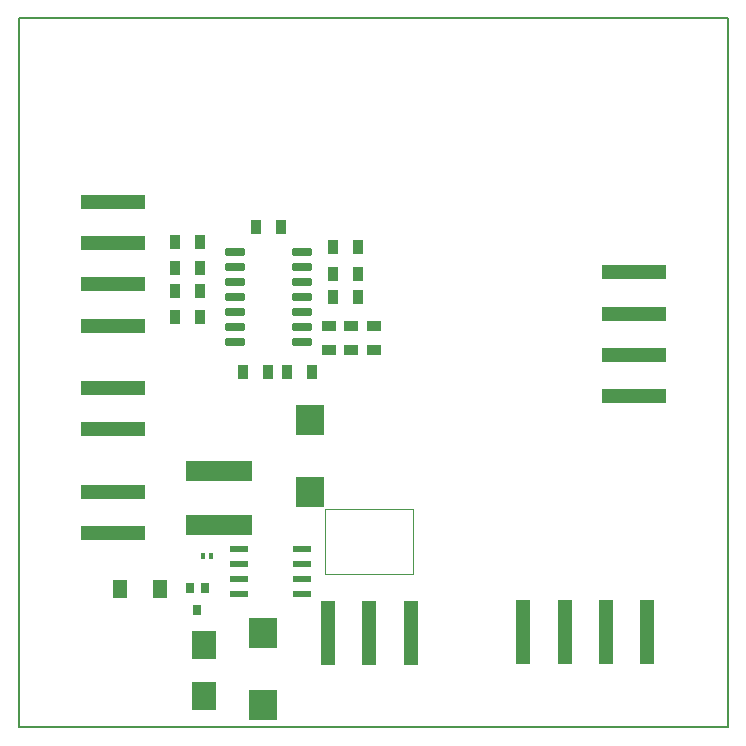
<source format=gbp>
G04*
G04 #@! TF.GenerationSoftware,Altium Limited,Altium Designer,21.2.2 (38)*
G04*
G04 Layer_Color=128*
%FSLAX44Y44*%
%MOMM*%
G71*
G04*
G04 #@! TF.SameCoordinates,265A67D8-C3AC-4CD1-A284-A86046D17BEF*
G04*
G04*
G04 #@! TF.FilePolarity,Positive*
G04*
G01*
G75*
%ADD10C,0.2000*%
%ADD23C,0.0500*%
%ADD24R,0.9000X1.2000*%
%ADD27R,1.2000X0.9000*%
%ADD28R,5.5118X1.2954*%
%ADD29R,1.2954X5.5118*%
%ADD93R,0.4000X0.6000*%
G04:AMPARAMS|DCode=94|XSize=0.65mm|YSize=1.65mm|CornerRadius=0.0488mm|HoleSize=0mm|Usage=FLASHONLY|Rotation=270.000|XOffset=0mm|YOffset=0mm|HoleType=Round|Shape=RoundedRectangle|*
%AMROUNDEDRECTD94*
21,1,0.6500,1.5525,0,0,270.0*
21,1,0.5525,1.6500,0,0,270.0*
1,1,0.0975,-0.7763,-0.2763*
1,1,0.0975,-0.7763,0.2763*
1,1,0.0975,0.7763,0.2763*
1,1,0.0975,0.7763,-0.2763*
%
%ADD94ROUNDEDRECTD94*%
%ADD95R,2.4500X2.5500*%
%ADD96R,5.7000X1.8000*%
%ADD97R,1.5500X0.6000*%
%ADD98R,0.7000X0.9000*%
%ADD99R,2.1500X2.4500*%
%ADD100R,1.2500X1.6500*%
D10*
X0Y0D02*
X600000D01*
X0D02*
Y600000D01*
X600000Y0D02*
Y600000D01*
X0D02*
X600000D01*
D23*
X259064Y129726D02*
Y184726D01*
X333264Y129726D02*
Y184726D01*
X259064D02*
X333264D01*
X259064Y129726D02*
X333264D01*
D24*
X221488Y423418D02*
D03*
X200488D02*
D03*
X286938Y406146D02*
D03*
X265938D02*
D03*
X226822Y300482D02*
D03*
X247822D02*
D03*
X287020Y383286D02*
D03*
X266020D02*
D03*
X287020Y364236D02*
D03*
X266020D02*
D03*
X131908Y410972D02*
D03*
X152908D02*
D03*
X131908Y388366D02*
D03*
X152908D02*
D03*
X131908Y368808D02*
D03*
X152908D02*
D03*
X131908Y347218D02*
D03*
X152908D02*
D03*
X189738Y300482D02*
D03*
X210738D02*
D03*
D27*
X300736Y318852D02*
D03*
Y339852D02*
D03*
X281432Y318852D02*
D03*
Y339852D02*
D03*
X262128Y318852D02*
D03*
Y339852D02*
D03*
D28*
X80010Y164136D02*
D03*
Y199136D02*
D03*
X520954Y385012D02*
D03*
Y350012D02*
D03*
Y315012D02*
D03*
Y280012D02*
D03*
X80036Y286968D02*
D03*
Y251968D02*
D03*
X80010Y444904D02*
D03*
Y409904D02*
D03*
Y374904D02*
D03*
Y339904D02*
D03*
D29*
X261672Y80010D02*
D03*
X296672D02*
D03*
X331672D02*
D03*
X427026Y80600D02*
D03*
X462026D02*
D03*
X497026D02*
D03*
X532026D02*
D03*
D93*
X155504Y144526D02*
D03*
X162504D02*
D03*
D94*
X239324Y402336D02*
D03*
Y389636D02*
D03*
Y376936D02*
D03*
Y364236D02*
D03*
Y351536D02*
D03*
Y338836D02*
D03*
Y326136D02*
D03*
X182824Y402336D02*
D03*
Y389636D02*
D03*
Y376936D02*
D03*
Y364236D02*
D03*
Y351536D02*
D03*
Y338836D02*
D03*
Y326136D02*
D03*
D95*
X246500Y259750D02*
D03*
Y199250D02*
D03*
X207000Y18750D02*
D03*
Y79250D02*
D03*
D96*
X169000Y171000D02*
D03*
Y217000D02*
D03*
D97*
X186000Y112450D02*
D03*
Y125150D02*
D03*
Y137850D02*
D03*
Y150550D02*
D03*
X240000D02*
D03*
Y137850D02*
D03*
Y125150D02*
D03*
Y112450D02*
D03*
D98*
X144500Y118000D02*
D03*
X157500D02*
D03*
X151000Y99000D02*
D03*
D99*
X157000Y26500D02*
D03*
Y69500D02*
D03*
D100*
X119750Y117000D02*
D03*
X85250D02*
D03*
M02*

</source>
